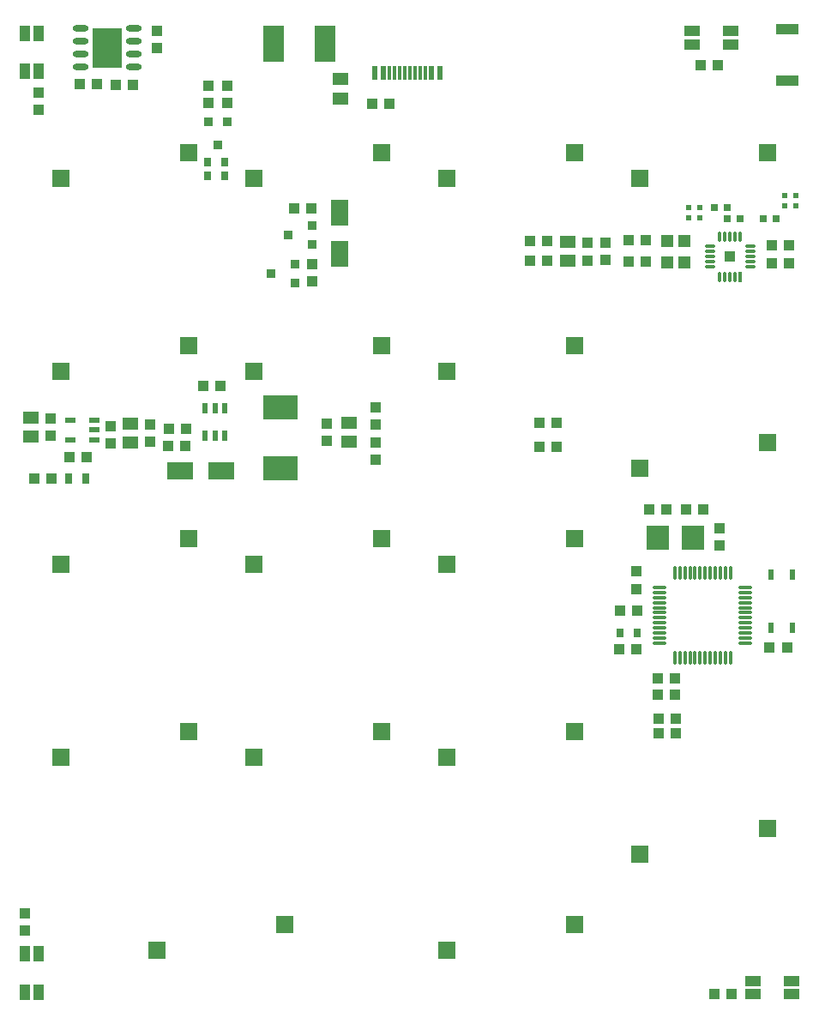
<source format=gbp>
G04*
G04 #@! TF.GenerationSoftware,Altium Limited,Altium Designer,20.1.8 (145)*
G04*
G04 Layer_Color=128*
%FSLAX25Y25*%
%MOIN*%
G70*
G04*
G04 #@! TF.SameCoordinates,F81AAEC3-6A38-4882-98ED-ECA9077A9C2D*
G04*
G04*
G04 #@! TF.FilePolarity,Positive*
G04*
G01*
G75*
%ADD17R,0.03937X0.04331*%
%ADD18R,0.04331X0.03937*%
%ADD20R,0.02756X0.03543*%
%ADD21R,0.02756X0.03937*%
%ADD60R,0.07087X0.07087*%
%ADD61R,0.08661X0.09449*%
%ADD62R,0.04331X0.02362*%
%ADD63R,0.05906X0.05118*%
%ADD64R,0.09843X0.06890*%
%ADD65R,0.13780X0.09252*%
%ADD66R,0.06890X0.09843*%
%ADD67R,0.03740X0.03543*%
%ADD68R,0.03740X0.03543*%
%ADD69R,0.03543X0.03740*%
%ADD70R,0.03543X0.03740*%
%ADD71R,0.06000X0.03937*%
%ADD72R,0.02165X0.03937*%
%ADD73O,0.05709X0.01181*%
%ADD74O,0.01181X0.05709*%
%ADD75R,0.04724X0.05118*%
%ADD76O,0.04331X0.01181*%
%ADD77O,0.01181X0.04331*%
%ADD78R,0.01181X0.04331*%
%ADD79R,0.03937X0.03937*%
%ADD80R,0.01968X0.02362*%
%ADD81R,0.03000X0.02500*%
%ADD82R,0.08661X0.03937*%
%ADD83R,0.01181X0.05709*%
%ADD84R,0.02362X0.05709*%
%ADD85O,0.06299X0.02362*%
%ADD86R,0.11417X0.15748*%
%ADD87R,0.07874X0.14173*%
%ADD88R,0.03937X0.06000*%
%ADD89R,0.02362X0.04134*%
D17*
X113500Y293300D02*
D03*
Y299993D02*
D03*
X216400Y300800D02*
D03*
Y307493D02*
D03*
X216300Y293746D02*
D03*
Y287053D02*
D03*
X158600Y432547D02*
D03*
Y425853D02*
D03*
X298800Y364553D02*
D03*
Y371247D02*
D03*
X305600Y364754D02*
D03*
Y371446D02*
D03*
X131500Y447100D02*
D03*
Y453793D02*
D03*
X90200Y302946D02*
D03*
Y296253D02*
D03*
X85300Y423153D02*
D03*
Y429846D02*
D03*
X80000Y110846D02*
D03*
Y104154D02*
D03*
X317600Y236900D02*
D03*
X349900Y260447D02*
D03*
X128700Y300746D02*
D03*
Y294054D02*
D03*
X197300Y294400D02*
D03*
Y301093D02*
D03*
X191600Y363047D02*
D03*
Y356353D02*
D03*
X151500Y425853D02*
D03*
Y432547D02*
D03*
X349900Y253753D02*
D03*
X317600Y243593D02*
D03*
D18*
X329500Y267600D02*
D03*
X322807D02*
D03*
X318200Y228500D02*
D03*
X311507D02*
D03*
X317746Y213400D02*
D03*
X311053D02*
D03*
X90500Y279800D02*
D03*
X83807D02*
D03*
X142546Y292500D02*
D03*
X135854D02*
D03*
X191446Y384600D02*
D03*
X184754D02*
D03*
X325954Y195600D02*
D03*
X332646D02*
D03*
X332946Y186500D02*
D03*
X326254D02*
D03*
X276407Y364400D02*
D03*
X283100D02*
D03*
X283200Y372100D02*
D03*
X276507D02*
D03*
X321446Y372400D02*
D03*
X314754D02*
D03*
X321446Y364000D02*
D03*
X314754D02*
D03*
X370454Y363500D02*
D03*
X377147D02*
D03*
X377046Y370400D02*
D03*
X370354D02*
D03*
X221847Y425500D02*
D03*
X215154D02*
D03*
X332946Y180700D02*
D03*
X326254D02*
D03*
X107947Y433100D02*
D03*
X101253D02*
D03*
X115454Y432900D02*
D03*
X122146D02*
D03*
X280153Y292000D02*
D03*
X342853Y440500D02*
D03*
X349547D02*
D03*
X348007Y79300D02*
D03*
X354700D02*
D03*
X104147Y288200D02*
D03*
X280053Y301300D02*
D03*
X332646Y202000D02*
D03*
X343693Y267600D02*
D03*
X376247Y214200D02*
D03*
X149354Y315800D02*
D03*
X156046D02*
D03*
X142647Y299000D02*
D03*
X135953D02*
D03*
X97453Y288200D02*
D03*
X286846Y292000D02*
D03*
X286747Y301300D02*
D03*
X369553Y214200D02*
D03*
X337000Y267600D02*
D03*
X325954Y202000D02*
D03*
D20*
X311500Y219700D02*
D03*
X318100D02*
D03*
X151200Y402800D02*
D03*
X157800D02*
D03*
X151100Y397500D02*
D03*
X157700D02*
D03*
D21*
X97053Y279801D02*
D03*
X103746D02*
D03*
D60*
X368637Y143742D02*
D03*
X319033Y133742D02*
D03*
Y283743D02*
D03*
X368637Y293743D02*
D03*
X218637Y331243D02*
D03*
X169033Y321243D02*
D03*
X143637Y256243D02*
D03*
X94032Y246243D02*
D03*
X218637Y256243D02*
D03*
X169033Y246243D02*
D03*
X293637Y106243D02*
D03*
X244033Y96242D02*
D03*
X218637Y181242D02*
D03*
X169033Y171242D02*
D03*
X293637Y256243D02*
D03*
X244033Y246243D02*
D03*
X244033Y396243D02*
D03*
X293637Y406243D02*
D03*
X143638D02*
D03*
X94033Y396243D02*
D03*
X169033D02*
D03*
X218637Y406243D02*
D03*
X181138Y106243D02*
D03*
X131533Y96242D02*
D03*
X319033Y396243D02*
D03*
X368637Y406243D02*
D03*
X244033Y321243D02*
D03*
X293637Y331243D02*
D03*
X94007Y321293D02*
D03*
X143611Y331293D02*
D03*
X244033Y171242D02*
D03*
X293637Y181242D02*
D03*
X94032Y171243D02*
D03*
X143637Y181243D02*
D03*
D61*
X339890Y256800D02*
D03*
X326110D02*
D03*
D62*
X97576Y294860D02*
D03*
Y302340D02*
D03*
X107024Y294860D02*
D03*
Y298600D02*
D03*
Y302340D02*
D03*
D63*
X121000Y293660D02*
D03*
Y301140D02*
D03*
X291000Y364260D02*
D03*
Y371740D02*
D03*
X82400Y303540D02*
D03*
Y296060D02*
D03*
X202600Y434940D02*
D03*
Y427460D02*
D03*
X205900Y293960D02*
D03*
Y301440D02*
D03*
D64*
X156300Y282700D02*
D03*
X140300D02*
D03*
D65*
X179300Y307509D02*
D03*
Y283691D02*
D03*
D66*
X202400Y383100D02*
D03*
Y367100D02*
D03*
D67*
X191726Y378140D02*
D03*
X182474Y374400D02*
D03*
X184926Y363140D02*
D03*
X175674Y359400D02*
D03*
D68*
X191726Y370660D02*
D03*
X184926Y355660D02*
D03*
D69*
X151360Y418526D02*
D03*
X155100Y409274D02*
D03*
D70*
X158840Y418526D02*
D03*
D71*
X378180Y79242D02*
D03*
X363220Y84557D02*
D03*
X378180D02*
D03*
X363220Y79242D02*
D03*
X339420Y453657D02*
D03*
X354380Y448343D02*
D03*
X339420D02*
D03*
X354380Y453657D02*
D03*
D72*
X378500Y221800D02*
D03*
X370035D02*
D03*
Y242272D02*
D03*
X378500D02*
D03*
D73*
X326866Y237427D02*
D03*
Y233490D02*
D03*
Y231521D02*
D03*
Y229553D02*
D03*
X326866Y227584D02*
D03*
Y225616D02*
D03*
X326866Y223647D02*
D03*
Y221679D02*
D03*
Y219710D02*
D03*
Y217742D02*
D03*
Y215773D02*
D03*
X360134D02*
D03*
Y219710D02*
D03*
Y221679D02*
D03*
Y223647D02*
D03*
X360134Y225616D02*
D03*
Y227584D02*
D03*
X360134Y229553D02*
D03*
Y231521D02*
D03*
Y233490D02*
D03*
Y235458D02*
D03*
Y237427D02*
D03*
Y217742D02*
D03*
X326866Y235458D02*
D03*
D74*
X332673Y209966D02*
D03*
X336610D02*
D03*
X338579D02*
D03*
X340547D02*
D03*
X342516Y209966D02*
D03*
X344484D02*
D03*
X346453Y209966D02*
D03*
X348421D02*
D03*
X350390D02*
D03*
X352358D02*
D03*
X354327D02*
D03*
Y243234D02*
D03*
X352358D02*
D03*
X350390D02*
D03*
X348421D02*
D03*
X344484Y243234D02*
D03*
X342516D02*
D03*
X340547Y243234D02*
D03*
X338579D02*
D03*
X336610D02*
D03*
X334642D02*
D03*
X332673D02*
D03*
X346453D02*
D03*
X334642Y209966D02*
D03*
D75*
X329654Y363866D02*
D03*
Y372134D02*
D03*
X336347D02*
D03*
Y363866D02*
D03*
D76*
X362011Y362037D02*
D03*
Y364005D02*
D03*
Y365974D02*
D03*
Y367943D02*
D03*
Y369911D02*
D03*
X346263D02*
D03*
Y367943D02*
D03*
Y365974D02*
D03*
Y364005D02*
D03*
Y362037D02*
D03*
D77*
X358074Y373848D02*
D03*
X356105D02*
D03*
X354137D02*
D03*
X352168D02*
D03*
X350200D02*
D03*
Y358100D02*
D03*
X352168D02*
D03*
X354137D02*
D03*
X356105D02*
D03*
D78*
X358074D02*
D03*
D79*
X354137Y365974D02*
D03*
D80*
X338100Y384937D02*
D03*
Y381000D02*
D03*
X342500Y384937D02*
D03*
Y381000D02*
D03*
X379800Y389769D02*
D03*
Y385832D02*
D03*
X375400Y389669D02*
D03*
Y385732D02*
D03*
D81*
X347900Y385000D02*
D03*
X352900D02*
D03*
X358000Y380700D02*
D03*
X353000D02*
D03*
X372200Y380600D02*
D03*
X367200D02*
D03*
D82*
X376400Y434500D02*
D03*
X376400Y454500D02*
D03*
D83*
X227724Y437341D02*
D03*
X229692D02*
D03*
X231661D02*
D03*
X233629D02*
D03*
X235598D02*
D03*
X225755D02*
D03*
X223787D02*
D03*
X221818D02*
D03*
D84*
X238157D02*
D03*
X219259D02*
D03*
X216109D02*
D03*
X241306D02*
D03*
D85*
X101764Y439600D02*
D03*
Y444600D02*
D03*
Y449600D02*
D03*
Y454600D02*
D03*
X122236Y439600D02*
D03*
Y444600D02*
D03*
Y449600D02*
D03*
Y454600D02*
D03*
D86*
X112000Y447100D02*
D03*
D87*
X176800Y448800D02*
D03*
X196800D02*
D03*
D88*
X85258Y437920D02*
D03*
Y452880D02*
D03*
X80042Y95180D02*
D03*
X85357D02*
D03*
Y80220D02*
D03*
X80042D02*
D03*
X79943Y437920D02*
D03*
Y452880D02*
D03*
D89*
X157640Y307113D02*
D03*
X153900D02*
D03*
X150160D02*
D03*
Y296287D02*
D03*
X153900D02*
D03*
X157640D02*
D03*
M02*

</source>
